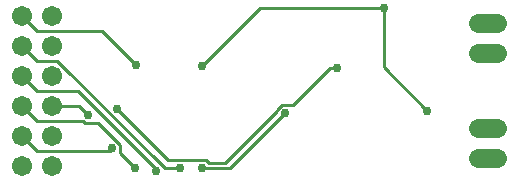
<source format=gbr>
G04 EAGLE Gerber RS-274X export*
G75*
%MOMM*%
%FSLAX34Y34*%
%LPD*%
%INBottom Copper*%
%IPPOS*%
%AMOC8*
5,1,8,0,0,1.08239X$1,22.5*%
G01*
%ADD10C,1.638300*%
%ADD11C,1.705100*%
%ADD12C,0.254000*%
%ADD13C,0.756400*%


D10*
X410909Y31750D02*
X427292Y31750D01*
X427292Y57150D02*
X410909Y57150D01*
D11*
X25400Y152400D03*
X25400Y127000D03*
X25400Y101600D03*
X25400Y76200D03*
X25400Y50800D03*
X25400Y25400D03*
X50800Y25400D03*
X50800Y50800D03*
X50800Y76200D03*
X50800Y101600D03*
X50800Y127000D03*
X50800Y152400D03*
D10*
X410909Y120650D02*
X427292Y120650D01*
X427292Y146050D02*
X410909Y146050D01*
D12*
X38100Y139700D02*
X25400Y152400D01*
X92550Y139700D02*
X121400Y110850D01*
D13*
X121400Y110850D03*
D12*
X92550Y139700D02*
X38100Y139700D01*
D13*
X177800Y110100D03*
D12*
X226450Y158750D01*
X331470Y158750D01*
D13*
X331470Y158750D03*
X368300Y72000D03*
D12*
X331470Y108830D01*
X331470Y158750D01*
X38100Y38100D02*
X25400Y50800D01*
X38100Y38100D02*
X99450Y38100D01*
X101600Y40250D01*
D13*
X101600Y40250D03*
X247650Y69850D03*
D12*
X201050Y23250D01*
X177800Y23250D01*
D13*
X177800Y23250D03*
D12*
X73250Y76200D02*
X50800Y76200D01*
X73250Y76200D02*
X81075Y68375D01*
D13*
X81075Y68375D03*
X105175Y73425D03*
D12*
X180524Y29826D02*
X183036Y27314D01*
X196850Y27314D01*
X148774Y29826D02*
X105175Y73425D01*
X148774Y29826D02*
X180524Y29826D01*
D13*
X292100Y107950D03*
D12*
X244926Y76426D02*
X241074Y72574D01*
X285750Y107950D02*
X292100Y107950D01*
X285750Y107950D02*
X254226Y76426D01*
X244926Y76426D01*
X241074Y71538D02*
X196850Y27314D01*
X241074Y71538D02*
X241074Y72574D01*
X38100Y63500D02*
X25400Y76200D01*
D13*
X120650Y23250D03*
D12*
X108176Y35724D01*
X108176Y42974D01*
X78351Y61799D02*
X76650Y63500D01*
X89351Y61799D02*
X108176Y42974D01*
X89351Y61799D02*
X78351Y61799D01*
X76650Y63500D02*
X38100Y63500D01*
X38100Y88900D02*
X25400Y101600D01*
D13*
X138430Y20710D03*
D12*
X72390Y88900D02*
X38100Y88900D01*
X138430Y22860D02*
X138430Y20710D01*
X138430Y22860D02*
X72390Y88900D01*
X38100Y114300D02*
X25400Y127000D01*
X146050Y23250D02*
X158750Y23250D01*
X146050Y23250D02*
X55000Y114300D01*
D13*
X158750Y23250D03*
D12*
X55000Y114300D02*
X38100Y114300D01*
M02*

</source>
